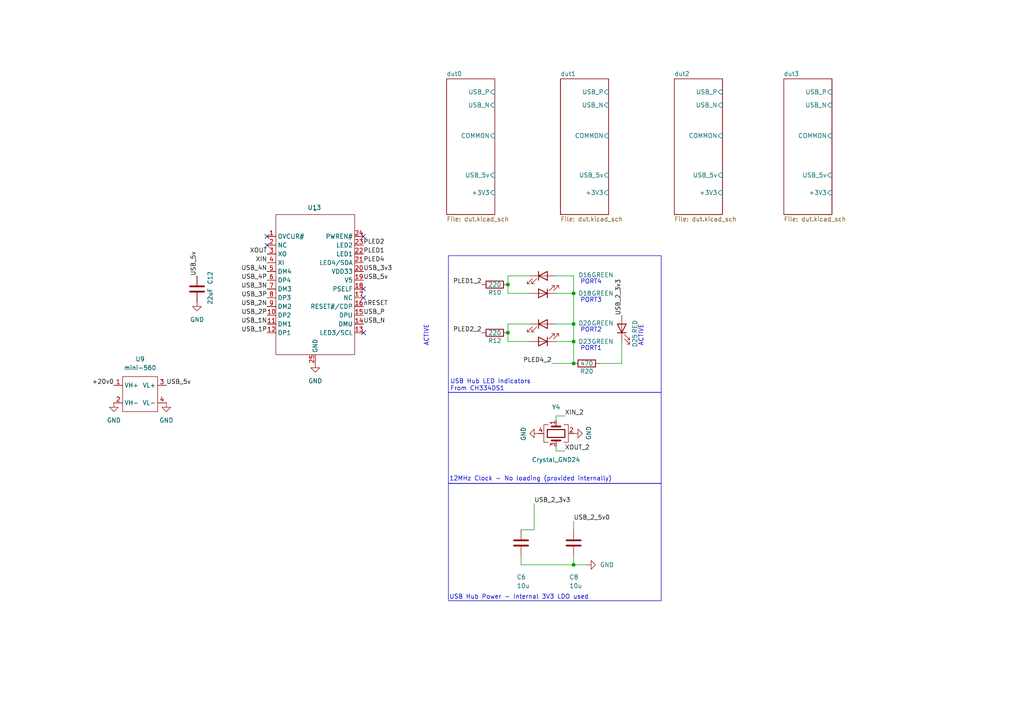
<source format=kicad_sch>
(kicad_sch (version 20250114) (generator "eeschema") (generator_version "9.0")
  (paper "A4")
  (lib_symbols
    (symbol "Device:C" (pin_numbers (hide yes)) (pin_names (offset 0.254))
      (property "Reference" "C" (at 0.635 2.54 0))
      (property "Value" "C" (at 0.635 -2.54 0))
      (symbol "C_0_1"
        (polyline (pts (xy -2.032 0.762) (xy 2.032 0.762)) (stroke (width 0.508)))
        (polyline (pts (xy -2.032 -0.762) (xy 2.032 -0.762)) (stroke (width 0.508)))
      )
      (symbol "C_1_1"
        (pin passive line (at 0 3.81 270) (length 2.794) (name "~") (number "1"))
        (pin passive line (at 0 -3.81 90) (length 2.794) (name "~") (number "2"))
      )
    )
    (symbol "Device:Crystal_GND24" (pin_names (offset 1.016) (hide yes))
      (property "Reference" "Y" (at 3.175 5.08 0))
      (property "Value" "Crystal_GND24" (at 3.175 3.175 0))
      (symbol "Crystal_GND24_0_1"
        (polyline (pts (xy -2.54 2.286) (xy -2.54 3.556) (xy 2.54 3.556) (xy 2.54 2.286)))
        (polyline (pts (xy -2.54 0) (xy -2.032 0)))
        (polyline (pts (xy -2.54 -2.286) (xy -2.54 -3.556) (xy 2.54 -3.556) (xy 2.54 -2.286)))
        (polyline (pts (xy -2.032 -1.27) (xy -2.032 1.27)) (stroke (width 0.508)))
        (rectangle (start -1.143 2.54) (end 1.143 -2.54) (stroke (width 0.3048)))
        (polyline (pts (xy 0 3.556) (xy 0 3.81)))
        (polyline (pts (xy 0 -3.81) (xy 0 -3.556)))
        (polyline (pts (xy 2.032 0) (xy 2.54 0)))
        (polyline (pts (xy 2.032 -1.27) (xy 2.032 1.27)) (stroke (width 0.508)))
      )
      (symbol "Crystal_GND24_1_1"
        (pin passive line (at -3.81 0 0) (length 1.27) (name "1") (number "1"))
        (pin passive line (at 0 5.08 270) (length 1.27) (name "2") (number "2"))
        (pin passive line (at 0 -5.08 90) (length 1.27) (name "4") (number "4"))
        (pin passive line (at 3.81 0 180) (length 1.27) (name "3") (number "3"))
      )
    )
    (symbol "Device:LED" (pin_numbers (hide yes)) (pin_names (offset 1.016) (hide yes))
      (property "Reference" "D" (at 0 2.54 0))
      (property "Value" "LED" (at 0 -2.54 0))
      (symbol "LED_0_1"
        (polyline (pts (xy -3.048 -0.762) (xy -4.572 -2.286) (xy -3.81 -2.286) (xy -4.572 -2.286) (xy -4.572 -1.524)))
        (polyline (pts (xy -1.778 -0.762) (xy -3.302 -2.286) (xy -2.54 -2.286) (xy -3.302 -2.286) (xy -3.302 -1.524)))
        (polyline (pts (xy -1.27 0) (xy 1.27 0)))
        (polyline (pts (xy -1.27 -1.27) (xy -1.27 1.27)) (stroke (width 0.254)))
        (polyline (pts (xy 1.27 -1.27) (xy 1.27 1.27) (xy -1.27 0) (xy 1.27 -1.27)) (stroke (width 0.254)))
      )
      (symbol "LED_1_1"
        (pin passive line (at -3.81 0 0) (length 2.54) (name "K") (number "1"))
        (pin passive line (at 3.81 0 180) (length 2.54) (name "A") (number "2"))
      )
    )
    (symbol "Device:R" (pin_numbers (hide yes)) (pin_names (offset 0))
      (property "Reference" "R" (at 2.032 0 90))
      (property "Value" "R" (at 0 0 90))
      (symbol "R_0_1"
        (rectangle (start -1.016 -2.54) (end 1.016 2.54) (stroke (width 0.254)))
      )
      (symbol "R_1_1"
        (pin passive line (at 0 3.81 270) (length 1.27) (name "~") (number "1"))
        (pin passive line (at 0 -3.81 90) (length 1.27) (name "~") (number "2"))
      )
    )
    (symbol "backbone-16:mini-560"
      (property "Reference" "U1" (at 0 5.715 0))
      (property "Value" "mini-560" (at 0 3.175 0))
      (symbol "mini-560_0_1"
        (rectangle (start -5.08 0) (end 5.08 -10.16))
      )
      (symbol "mini-560_1_1"
        (pin input line (at -7.62 -2.54 0) (length 2.54) (name "VH+") (number "1"))
        (pin input line (at -7.62 -7.62 0) (length 2.54) (name "VH-") (number "2"))
        (pin output line (at 7.62 -2.54 180) (length 2.54) (name "VL+") (number "3"))
        (pin output line (at 7.62 -7.62 180) (length 2.54) (name "VL-") (number "4"))
      )
    )
    (symbol "hive:CH334F"
      (property "Reference" "U" (at 0 0 0))
      (symbol "CH334F_0_1"
        (rectangle (start -11.43 20.32) (end 11.43 -20.32))
      )
      (symbol "CH334F_1_1"
        (pin input line (at -13.97 13.97 0) (length 2.54) (name "OVCUR#") (number "1"))
        (pin input line (at -13.97 11.43 0) (length 2.54) (name "NC") (number "2"))
        (pin input line (at -13.97 8.89 0) (length 2.54) (name "XO") (number "3"))
        (pin input line (at -13.97 6.35 0) (length 2.54) (name "XI") (number "4"))
        (pin input line (at -13.97 3.81 0) (length 2.54) (name "DM4") (number "5"))
        (pin input line (at -13.97 1.27 0) (length 2.54) (name "DP4") (number "6"))
        (pin input line (at -13.97 -1.27 0) (length 2.54) (name "DM3") (number "7"))
        (pin input line (at -13.97 -3.81 0) (length 2.54) (name "DP3") (number "8"))
        (pin input line (at -13.97 -6.35 0) (length 2.54) (name "DM2") (number "9"))
        (pin input line (at -13.97 -8.89 0) (length 2.54) (name "DP2") (number "10"))
        (pin input line (at -13.97 -11.43 0) (length 2.54) (name "DM1") (number "11"))
        (pin input line (at -13.97 -13.97 0) (length 2.54) (name "DP1") (number "12"))
        (pin input line (at 0 -22.86 90) (length 2.54) (name "GND") (number "25"))
        (pin input line (at 13.97 13.97 180) (length 2.54) (name "PWREN#") (number "24"))
        (pin input line (at 13.97 11.43 180) (length 2.54) (name "LED2") (number "23"))
        (pin input line (at 13.97 8.89 180) (length 2.54) (name "LED1") (number "22"))
        (pin input line (at 13.97 6.35 180) (length 2.54) (name "LED4/SDA") (number "21"))
        (pin input line (at 13.97 3.81 180) (length 2.54) (name "VDD33") (number "20"))
        (pin input line (at 13.97 1.27 180) (length 2.54) (name "V5") (number "19"))
        (pin input line (at 13.97 -1.27 180) (length 2.54) (name "PSELF") (number "18"))
        (pin input line (at 13.97 -3.81 180) (length 2.54) (name "NC") (number "17"))
        (pin input line (at 13.97 -6.35 180) (length 2.54) (name "RESET#/CDP") (number "16"))
        (pin input line (at 13.97 -8.89 180) (length 2.54) (name "DPU") (number "15"))
        (pin input line (at 13.97 -11.43 180) (length 2.54) (name "DMU") (number "14"))
        (pin input line (at 13.97 -13.97 180) (length 2.54) (name "LED3/SCL") (number "13"))
      )
    )
    (symbol "power:GND" (power) (pin_numbers (hide yes)) (pin_names (offset 0) (hide yes))
      (property "Value" "GND" (at 0 -3.81 0))
      (symbol "GND_0_1"
        (polyline (pts (xy 0 0) (xy 0 -1.27) (xy 1.27 -1.27) (xy 0 -2.54) (xy -1.27 -1.27) (xy 0 -1.27)))
      )
      (symbol "GND_1_1"
        (pin power_in line (at 0 0 270) (length 0) (name "~") (number "1"))
      )
    )
  )
  (rectangle (start 130.048 74.168) (end 191.77 113.792))
  (rectangle (start 130.048 140.208) (end 191.77 174.244))
  (rectangle (start 130.048 113.792) (end 191.77 140.208))
  (text "ACTIVE" (at 185.928 97.282 90) (effects (font (size 1.27 1.27))))
  (text "ACTIVE" (at 123.698 97.282 90) (effects (font (size 1.27 1.27))))
  (text "PORT3" (at 171.45 87.122 0) (effects (font (size 1.27 1.27))))
  (text "PORT1" (at 171.45 101.092 0) (effects (font (size 1.27 1.27))))
  (text "USB Hub LED Indicators\nFrom CH334DS1" (at 130.556 111.76 0) (effects (font (size 1.27 1.27)) (justify left)))
  (text "USB Hub Power - Internal 3V3 LDO used" (at 130.302 173.228 0) (effects (font (size 1.27 1.27)) (justify left)))
  (text "PORT4" (at 171.45 81.788 0) (effects (font (size 1.27 1.27))))
  (text "12MHz Clock - No loading (provided internally)" (at 130.302 138.938 0) (effects (font (size 1.27 1.27)) (justify left)))
  (text "PORT2" (at 171.45 95.758 0) (effects (font (size 1.27 1.27))))
  (junction (at 166.37 163.83))
  (junction (at 166.37 85.09))
  (junction (at 147.32 96.52))
  (junction (at 147.32 82.55))
  (junction (at 166.37 93.98))
  (junction (at 166.37 99.06))
  (junction (at 166.37 105.41))
  (no_connect (at 105.41 68.58))
  (no_connect (at 105.41 96.52))
  (no_connect (at 77.47 68.58))
  (no_connect (at 105.41 83.82))
  (no_connect (at 105.41 86.36))
  (no_connect (at 77.47 71.12))
  (wire (pts (xy 153.67 85.09) (xy 147.32 85.09)))
  (wire (pts (xy 151.13 161.29) (xy 151.13 163.83)))
  (wire (pts (xy 166.37 151.13) (xy 166.37 153.67)))
  (wire (pts (xy 180.34 105.41) (xy 173.99 105.41)))
  (wire (pts (xy 160.02 105.41) (xy 166.37 105.41)))
  (wire (pts (xy 153.67 93.98) (xy 147.32 93.98)))
  (wire (pts (xy 161.29 99.06) (xy 166.37 99.06)))
  (wire (pts (xy 166.37 80.01) (xy 166.37 85.09)))
  (wire (pts (xy 147.32 99.06) (xy 147.32 96.52)))
  (wire (pts (xy 147.32 80.01) (xy 147.32 82.55)))
  (wire (pts (xy 166.37 99.06) (xy 166.37 105.41)))
  (wire (pts (xy 161.29 93.98) (xy 166.37 93.98)))
  (wire (pts (xy 166.37 93.98) (xy 166.37 99.06)))
  (wire (pts (xy 153.67 99.06) (xy 147.32 99.06)))
  (wire (pts (xy 166.37 161.29) (xy 166.37 163.83)))
  (wire (pts (xy 161.29 85.09) (xy 166.37 85.09)))
  (wire (pts (xy 161.29 120.65) (xy 163.83 120.65)))
  (wire (pts (xy 166.37 163.83) (xy 170.18 163.83)))
  (wire (pts (xy 180.34 99.06) (xy 180.34 105.41)))
  (wire (pts (xy 161.29 120.65) (xy 161.29 121.92)))
  (wire (pts (xy 147.32 93.98) (xy 147.32 96.52)))
  (wire (pts (xy 147.32 85.09) (xy 147.32 82.55)))
  (wire (pts (xy 161.29 130.81) (xy 163.83 130.81)))
  (wire (pts (xy 151.13 163.83) (xy 166.37 163.83)))
  (wire (pts (xy 154.94 146.05) (xy 154.94 153.67)))
  (wire (pts (xy 161.29 80.01) (xy 166.37 80.01)))
  (wire (pts (xy 161.29 129.54) (xy 161.29 130.81)))
  (wire (pts (xy 151.13 153.67) (xy 154.94 153.67)))
  (wire (pts (xy 153.67 80.01) (xy 147.32 80.01)))
  (wire (pts (xy 166.37 85.09) (xy 166.37 93.98)))
  (label "USB_2_3v3" (at 154.94 146.05 0))
  (label "USB_3P" (at 77.47 86.36 180))
  (label "USB_2_3v3" (at 180.34 91.44 90))
  (label "USB_5v" (at 57.15 80.01 90))
  (label "XOUT_2" (at 163.83 130.81 0))
  (label "USB_2P" (at 77.47 91.44 180))
  (label "XIN" (at 77.47 76.2 180))
  (label "USB_5v" (at 48.26 111.76 0))
  (label "PLED4_2" (at 160.02 105.41 180))
  (label "XIN_2" (at 163.83 120.65 0))
  (label "PLED1" (at 105.41 73.66 0))
  (label "USB_4N" (at 77.47 78.74 180))
  (label "PLED1_2" (at 139.7 82.55 180))
  (label "PLED2" (at 105.41 71.12 0))
  (label "USB_1P" (at 77.47 96.52 180))
  (label "USB_P" (at 105.41 91.44 0))
  (label "USB_1N" (at 77.47 93.98 180))
  (label "USB_4P" (at 77.47 81.28 180))
  (label "USB_5v" (at 105.41 81.28 0))
  (label "USB_2_5v0" (at 166.37 151.13 0))
  (label "USB_3N" (at 77.47 83.82 180))
  (label "XOUT" (at 77.47 73.66 180))
  (label "nRESET" (at 105.41 88.9 0))
  (label "USB_N" (at 105.41 93.98 0))
  (label "USB_2N" (at 77.47 88.9 180))
  (label "+20v0" (at 33.02 111.76 180))
  (label "USB_3v3" (at 105.41 78.74 0))
  (label "PLED2_2" (at 139.7 96.52 180))
  (label "PLED4" (at 105.41 76.2 0))
  (symbol (lib_id "Device:LED") (at 157.48 80.01 0) (unit 1)
    (property "Reference" "D6" (at 169.672 79.756 0))
    (property "Value" "GREEN" (at 174.752 79.756 0))
    (property "Footprint" "Diode_SMD:D_0603_1608Metric" (effects (hide yes)))
    (property "Description" "Light emitting diode" (effects (hide yes)))
    (instances (project "backplane" (path "" (reference "D16") (unit 1)) (path "" (reference "D6") (unit 1)) (path "" (reference "D11") (unit 1)) (path "" (reference "D17") (unit 1))))
  )
  (symbol (lib_id "power:GND") (at 166.37 125.73 90) (unit 1)
    (property "Reference" "#PWR035" (effects (hide yes)))
    (property "Value" "GND" (at 170.7642 125.603 0))
    (instances (project "backplane" (path "" (reference "#PWR040") (unit 1)) (path "" (reference "#PWR035") (unit 1)) (path "" (reference "#PWR036") (unit 1)) (path "" (reference "#PWR041") (unit 1))))
  )
  (symbol (lib_id "backbone-16:mini-560") (at 40.64 109.22 0) (unit 1)
    (property "Reference" "U5" (at 40.64 104.14 0))
    (property "Value" "mini-560" (at 40.64 106.68 0))
    (property "Footprint" "backbone-16:mini-560-smd" (effects (hide yes)))
    (instances (project "backplane" (path "" (reference "U9") (unit 1)) (path "" (reference "U5") (unit 1)) (path "" (reference "U6") (unit 1)) (path "" (reference "U10") (unit 1))))
  )
  (symbol (lib_id "Device:Crystal_GND24") (at 161.29 125.73 270) (unit 1)
    (property "Reference" "Y2" (at 161.29 118.11 90))
    (property "Value" "Crystal_GND24" (at 161.29 133.35 90))
    (property "Footprint" "Crystal:Crystal_SMD_3225-4Pin_3.2x2.5mm" (effects (hide yes)))
    (instances (project "backplane" (path "" (reference "Y4") (unit 1)) (path "" (reference "Y2") (unit 1)) (path "" (reference "Y3") (unit 1)) (path "" (reference "Y5") (unit 1))))
  )
  (symbol (lib_id "Device:C") (at 151.13 157.48 0) (unit 1)
    (property "Reference" "C2" (at 149.86 167.386 0) (effects (justify left)))
    (property "Value" "10u" (at 149.86 169.926 0) (effects (justify left)))
    (property "Footprint" "Capacitor_SMD:C_0603_1608Metric" (effects (hide yes)))
    (property "Description" "Unpolarized capacitor" (effects (hide yes)))
    (instances (project "backplane" (path "" (reference "C6") (unit 1)) (path "" (reference "C2") (unit 1)) (path "" (reference "C3") (unit 1)) (path "" (reference "C7") (unit 1))))
  )
  (symbol (lib_id "Device:R") (at 143.51 96.52 270) (unit 1)
    (property "Reference" "R5" (at 143.51 98.806 90))
    (property "Value" "220" (at 143.51 96.52 90))
    (property "Footprint" "Resistor_SMD:R_0603_1608Metric" (effects (hide yes)))
    (property "Description" "Resistor" (effects (hide yes)))
    (instances (project "backplane" (path "" (reference "R12") (unit 1)) (path "" (reference "R5") (unit 1)) (path "" (reference "R8") (unit 1)) (path "" (reference "R19") (unit 1))))
  )
  (symbol (lib_id "power:GND") (at 91.44 105.41 0) (unit 1)
    (property "Reference" "#PWR01" (effects (hide yes)))
    (property "Value" "GND" (at 91.44 110.49 0))
    (property "Description" "Power symbol creates a global label with name \"GND\" , ground" (effects (hide yes)))
    (instances (project "backplane" (path "" (reference "#PWR07") (unit 1)) (path "" (reference "#PWR01") (unit 1)) (path "" (reference "#PWR04") (unit 1)) (path "" (reference "#PWR011") (unit 1))))
  )
  (symbol (lib_id "Device:R") (at 143.51 82.55 270) (unit 1)
    (property "Reference" "R4" (at 143.51 84.836 90))
    (property "Value" "220" (at 143.51 82.55 90))
    (property "Footprint" "Resistor_SMD:R_0603_1608Metric" (effects (hide yes)))
    (property "Description" "Resistor" (effects (hide yes)))
    (instances (project "backplane" (path "" (reference "R10") (unit 1)) (path "" (reference "R4") (unit 1)) (path "" (reference "R7") (unit 1)) (path "" (reference "R11") (unit 1))))
  )
  (symbol (lib_id "Device:LED") (at 157.48 93.98 0) (unit 1)
    (property "Reference" "D8" (at 169.672 93.726 0))
    (property "Value" "GREEN" (at 174.752 93.726 0))
    (property "Footprint" "Diode_SMD:D_0603_1608Metric" (effects (hide yes)))
    (property "Description" "Light emitting diode" (effects (hide yes)))
    (instances (project "backplane" (path "" (reference "D20") (unit 1)) (path "" (reference "D8") (unit 1)) (path "" (reference "D13") (unit 1)) (path "" (reference "D22") (unit 1))))
  )
  (symbol (lib_id "power:GND") (at 33.02 116.84 0) (unit 1)
    (property "Reference" "#PWR02" (effects (hide yes)))
    (property "Value" "GND" (at 33.02 121.92 0))
    (property "Description" "Power symbol creates a global label with name \"GND\" , ground" (effects (hide yes)))
    (instances (project "backplane" (path "" (reference "#PWR025") (unit 1)) (path "" (reference "#PWR02") (unit 1)) (path "" (reference "#PWR05") (unit 1)) (path "" (reference "#PWR026") (unit 1))))
  )
  (symbol (lib_id "power:GND") (at 48.26 116.84 0) (unit 1)
    (property "Reference" "#PWR03" (effects (hide yes)))
    (property "Value" "GND" (at 48.26 121.92 0))
    (property "Description" "Power symbol creates a global label with name \"GND\" , ground" (effects (hide yes)))
    (instances (project "backplane" (path "" (reference "#PWR027") (unit 1)) (path "" (reference "#PWR03") (unit 1)) (path "" (reference "#PWR06") (unit 1)) (path "" (reference "#PWR028") (unit 1))))
  )
  (symbol (lib_id "power:GND") (at 170.18 163.83 90) (unit 1)
    (property "Reference" "#PWR037" (effects (hide yes)))
    (property "Value" "GND" (at 173.99 163.8299 90) (effects (justify right)))
    (property "Description" "Power symbol creates a global label with name \"GND\" , ground" (effects (hide yes)))
    (instances (project "backplane" (path "" (reference "#PWR042") (unit 1)) (path "" (reference "#PWR037") (unit 1)) (path "" (reference "#PWR038") (unit 1)) (path "" (reference "#PWR043") (unit 1))))
  )
  (symbol (lib_id "power:GND") (at 57.15 87.63 0) (unit 1)
    (property "Reference" "#PWR0114" (effects (hide yes)))
    (property "Value" "GND" (at 57.15 92.71 0))
    (property "Description" "Power symbol creates a global label with name \"GND\" , ground" (effects (hide yes)))
    (instances (project "backplane" (path "" (reference "#PWR0120") (unit 1)) (path "" (reference "#PWR0114") (unit 1)) (path "" (reference "#PWR0115") (unit 1)) (path "" (reference "#PWR0116") (unit 1))))
  )
  (symbol (lib_id "Device:LED") (at 157.48 99.06 180) (unit 1)
    (property "Reference" "D9" (at 169.672 99.06 0))
    (property "Value" "GREEN" (at 174.752 99.06 0))
    (property "Footprint" "Diode_SMD:D_0603_1608Metric" (effects (hide yes)))
    (property "Description" "Light emitting diode" (effects (hide yes)))
    (instances (project "backplane" (path "" (reference "D23") (unit 1)) (path "" (reference "D9") (unit 1)) (path "" (reference "D14") (unit 1)) (path "" (reference "D24") (unit 1))))
  )
  (symbol (lib_id "Device:C") (at 166.37 157.48 0) (unit 1)
    (property "Reference" "C4" (at 165.1 167.386 0) (effects (justify left)))
    (property "Value" "10u" (at 165.1 169.926 0) (effects (justify left)))
    (property "Footprint" "Capacitor_SMD:C_0603_1608Metric" (effects (hide yes)))
    (property "Description" "Unpolarized capacitor" (effects (hide yes)))
    (instances (project "backplane" (path "" (reference "C8") (unit 1)) (path "" (reference "C4") (unit 1)) (path "" (reference "C5") (unit 1)) (path "" (reference "C25") (unit 1))))
  )
  (symbol (lib_id "Device:LED") (at 157.48 85.09 180) (unit 1)
    (property "Reference" "D7" (at 169.672 85.09 0))
    (property "Value" "GREEN" (at 174.752 85.09 0))
    (property "Footprint" "Diode_SMD:D_0603_1608Metric" (effects (hide yes)))
    (property "Description" "Light emitting diode" (effects (hide yes)))
    (instances (project "backplane" (path "" (reference "D18") (unit 1)) (path "" (reference "D7") (unit 1)) (path "" (reference "D12") (unit 1)) (path "" (reference "D19") (unit 1))))
  )
  (symbol (lib_id "Device:LED") (at 180.34 95.25 90) (unit 1)
    (property "Reference" "D10" (at 184.15 98.806 0))
    (property "Value" "RED" (at 184.15 94.742 0))
    (property "Footprint" "Diode_SMD:D_0603_1608Metric" (effects (hide yes)))
    (property "Description" "Light emitting diode" (effects (hide yes)))
    (instances (project "backplane" (path "" (reference "D25") (unit 1)) (path "" (reference "D10") (unit 1)) (path "" (reference "D15") (unit 1)) (path "" (reference "D26") (unit 1))))
  )
  (symbol (lib_id "Device:R") (at 170.18 105.41 270) (unit 1)
    (property "Reference" "R6" (at 170.18 107.696 90))
    (property "Value" "470" (at 170.18 105.41 90))
    (property "Footprint" "Resistor_SMD:R_0603_1608Metric" (effects (hide yes)))
    (property "Description" "Resistor" (effects (hide yes)))
    (instances (project "backplane" (path "" (reference "R20") (unit 1)) (path "" (reference "R6") (unit 1)) (path "" (reference "R9") (unit 1)) (path "" (reference "R21") (unit 1))))
  )
  (symbol (lib_id "hive:CH334F") (at 91.44 82.55 0) (unit 1)
    (property "Reference" "U1" (at 91.186 60.198 0))
    (property "Value" "~" (at 91.44 60.96 0))
    (property "Footprint" "Package_DFN_QFN:QFN-24-1EP_4x4mm_P0.5mm_EP2.7x2.7mm_ThermalVias" (effects (hide yes)))
    (instances (project "" (path "" (reference "U13") (unit 1)) (path "" (reference "U1") (unit 1)) (path "" (reference "U12") (unit 1)) (path "" (reference "U14") (unit 1))))
  )
  (symbol (lib_id "Device:C") (at 57.15 83.82 0) (unit 1)
    (property "Reference" "C10" (at 60.96 82.5499 90) (effects (justify left)))
    (property "Value" "22uF" (at 60.96 88.392 90) (effects (justify left)))
    (property "Footprint" "Capacitor_SMD:C_0805_2012Metric" (effects (hide yes)))
    (property "Description" "Unpolarized capacitor" (effects (hide yes)))
    (instances (project "backplane" (path "" (reference "C12") (unit 1)) (path "" (reference "C10") (unit 1)) (path "" (reference "C11") (unit 1)) (path "" (reference "C16") (unit 1))))
  )
  (symbol (lib_id "power:GND") (at 156.21 125.73 270) (unit 1)
    (property "Reference" "#PWR032" (effects (hide yes)))
    (property "Value" "GND" (at 151.8158 125.857 0))
    (instances (project "backplane" (path "" (reference "#PWR034") (unit 1)) (path "" (reference "#PWR032") (unit 1)) (path "" (reference "#PWR033") (unit 1)) (path "" (reference "#PWR039") (unit 1))))
  )
  (sheet (at 162.56 22.86) (size 13.97 39.37) (stroke (width 0.1524))
    (property "Sheetname" "dut1" (at 162.56 22.1484 0) (effects (justify left bottom)))
    (property "Sheetfile" "dut.kicad_sch" (at 162.56 62.8146 0) (effects (justify left top)))
    (pin "USB_P" input (at 176.53 26.67 0))
    (pin "+3V3" input (at 176.53 55.88 0))
    (pin "USB_5v" input (at 176.53 50.8 0))
    (pin "USB_N" input (at 176.53 30.48 0))
    (pin "COMMON" input (at 176.53 39.37 0))
  )
  (sheet (at 227.33 22.86) (size 13.97 39.37) (stroke (width 0.1524))
    (property "Sheetname" "dut3" (at 227.33 22.1484 0) (effects (justify left bottom)))
    (property "Sheetfile" "dut.kicad_sch" (at 227.33 62.8146 0) (effects (justify left top)))
    (pin "USB_P" input (at 241.3 26.67 0))
    (pin "+3V3" input (at 241.3 55.88 0))
    (pin "USB_5v" input (at 241.3 50.8 0))
    (pin "USB_N" input (at 241.3 30.48 0))
    (pin "COMMON" input (at 241.3 39.37 0))
  )
  (sheet (at 195.58 22.86) (size 13.97 39.37) (stroke (width 0.1524))
    (property "Sheetname" "dut2" (at 195.58 22.1484 0) (effects (justify left bottom)))
    (property "Sheetfile" "dut.kicad_sch" (at 195.58 62.8146 0) (effects (justify left top)))
    (pin "USB_P" input (at 209.55 26.67 0))
    (pin "+3V3" input (at 209.55 55.88 0))
    (pin "USB_5v" input (at 209.55 50.8 0))
    (pin "USB_N" input (at 209.55 30.48 0))
    (pin "COMMON" input (at 209.55 39.37 0))
  )
  (sheet (at 129.54 22.86) (size 13.97 39.37) (stroke (width 0.1524))
    (property "Sheetname" "dut0" (at 129.54 22.1484 0) (effects (justify left bottom)))
    (property "Sheetfile" "dut.kicad_sch" (at 129.54 62.8146 0) (effects (justify left top)))
    (pin "USB_P" input (at 143.51 26.67 0))
    (pin "+3V3" input (at 143.51 55.88 0))
    (pin "USB_5v" input (at 143.51 50.8 0))
    (pin "USB_N" input (at 143.51 30.48 0))
    (pin "COMMON" input (at 143.51 39.37 0))
  )
)
</source>
